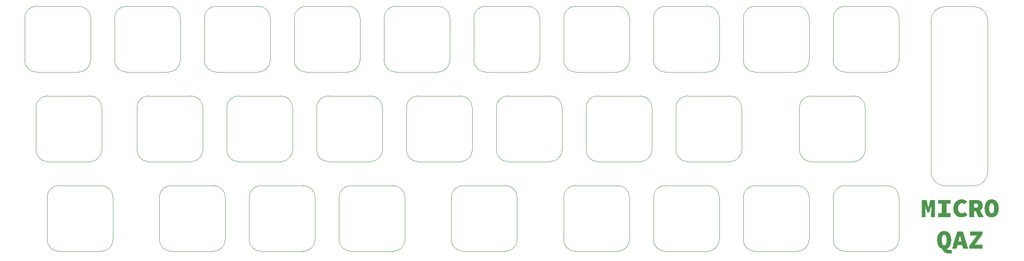
<source format=gbr>
%TF.GenerationSoftware,KiCad,Pcbnew,7.0.7*%
%TF.CreationDate,2023-08-31T12:53:39+10:00*%
%TF.ProjectId,qaz,71617a2e-6b69-4636-9164-5f7063625858,rev?*%
%TF.SameCoordinates,Original*%
%TF.FileFunction,Legend,Top*%
%TF.FilePolarity,Positive*%
%FSLAX46Y46*%
G04 Gerber Fmt 4.6, Leading zero omitted, Abs format (unit mm)*
G04 Created by KiCad (PCBNEW 7.0.7) date 2023-08-31 12:53:39*
%MOMM*%
%LPD*%
G01*
G04 APERTURE LIST*
%ADD10C,0.500000*%
%ADD11C,0.100000*%
G04 APERTURE END LIST*
D10*
G36*
X249962953Y-75516000D02*
G01*
X250746484Y-75516000D01*
X250746484Y-74664080D01*
X250746258Y-74622272D01*
X250745595Y-74577400D01*
X250744515Y-74529670D01*
X250743038Y-74479288D01*
X250741184Y-74426458D01*
X250738975Y-74371387D01*
X250736430Y-74314279D01*
X250733570Y-74255340D01*
X250730415Y-74194775D01*
X250726985Y-74132790D01*
X250723302Y-74069590D01*
X250719385Y-74005380D01*
X250715254Y-73940366D01*
X250710931Y-73874753D01*
X250706435Y-73808747D01*
X250701788Y-73742552D01*
X250697008Y-73676375D01*
X250692118Y-73610420D01*
X250687136Y-73544893D01*
X250682084Y-73479999D01*
X250676982Y-73415944D01*
X250671850Y-73352932D01*
X250666709Y-73291171D01*
X250661579Y-73230863D01*
X250656481Y-73172216D01*
X250651434Y-73115435D01*
X250646460Y-73060724D01*
X250641578Y-73008289D01*
X250636809Y-72958336D01*
X250632174Y-72911070D01*
X250627693Y-72866697D01*
X250623386Y-72825420D01*
X250645856Y-72825420D01*
X250926247Y-73901066D01*
X251127503Y-74558568D01*
X251553462Y-74558568D01*
X251742995Y-73901066D01*
X252051718Y-72825420D01*
X252068326Y-72825420D01*
X252064019Y-72866697D01*
X252059538Y-72911070D01*
X252054903Y-72958336D01*
X252050134Y-73008289D01*
X252045252Y-73060724D01*
X252040278Y-73115435D01*
X252035231Y-73172216D01*
X252030133Y-73230863D01*
X252025003Y-73291171D01*
X252019862Y-73352932D01*
X252014730Y-73415944D01*
X252009628Y-73479999D01*
X252004576Y-73544893D01*
X251999594Y-73610420D01*
X251994704Y-73676375D01*
X251989924Y-73742552D01*
X251985277Y-73808747D01*
X251980781Y-73874753D01*
X251976458Y-73940366D01*
X251972327Y-74005380D01*
X251968410Y-74069590D01*
X251964727Y-74132790D01*
X251961297Y-74194775D01*
X251958142Y-74255340D01*
X251955282Y-74314279D01*
X251952737Y-74371387D01*
X251950528Y-74426458D01*
X251948674Y-74479288D01*
X251947197Y-74529670D01*
X251946117Y-74577400D01*
X251945454Y-74622272D01*
X251945228Y-74664080D01*
X251945228Y-75516000D01*
X252740483Y-75516000D01*
X252740483Y-71889482D01*
X251760580Y-71889482D01*
X251463581Y-73076502D01*
X251362953Y-73544471D01*
X251340483Y-73544471D01*
X251239855Y-73076502D01*
X250942855Y-71889482D01*
X249962953Y-71889482D01*
X249962953Y-75516000D01*
G37*
G36*
X253397984Y-75516000D02*
G01*
X256019199Y-75516000D01*
X256019199Y-74709998D01*
X255189750Y-74709998D01*
X255189750Y-72696460D01*
X256019199Y-72696460D01*
X256019199Y-71889482D01*
X253397984Y-71889482D01*
X253397984Y-72696460D01*
X254226456Y-72696460D01*
X254226456Y-74709998D01*
X253397984Y-74709998D01*
X253397984Y-75516000D01*
G37*
G36*
X258390308Y-75578526D02*
G01*
X258436274Y-75578002D01*
X258481839Y-75576430D01*
X258526995Y-75573811D01*
X258571729Y-75570143D01*
X258616032Y-75565427D01*
X258659893Y-75559663D01*
X258703301Y-75552850D01*
X258746246Y-75544988D01*
X258788718Y-75536077D01*
X258830705Y-75526117D01*
X258872197Y-75515108D01*
X258913184Y-75503049D01*
X258953656Y-75489940D01*
X258993600Y-75475782D01*
X259033008Y-75460573D01*
X259071868Y-75444314D01*
X259110170Y-75427005D01*
X259147903Y-75408645D01*
X259185057Y-75389234D01*
X259221621Y-75368773D01*
X259257585Y-75347260D01*
X259292938Y-75324696D01*
X259327669Y-75301080D01*
X259361769Y-75276413D01*
X259395226Y-75250693D01*
X259428029Y-75223922D01*
X259460170Y-75196099D01*
X259491635Y-75167223D01*
X259522416Y-75137294D01*
X259552502Y-75106313D01*
X259581882Y-75074279D01*
X259610545Y-75041191D01*
X259084935Y-74453055D01*
X259054930Y-74484726D01*
X259023908Y-74515184D01*
X258991885Y-74544314D01*
X258958875Y-74572001D01*
X258924891Y-74598131D01*
X258889949Y-74622590D01*
X258854062Y-74645262D01*
X258817245Y-74666034D01*
X258779512Y-74684791D01*
X258740877Y-74701419D01*
X258701355Y-74715803D01*
X258660960Y-74727828D01*
X258619706Y-74737380D01*
X258577608Y-74744345D01*
X258534680Y-74748608D01*
X258490936Y-74750054D01*
X258445118Y-74748920D01*
X258400195Y-74745528D01*
X258356205Y-74739893D01*
X258313183Y-74732030D01*
X258271166Y-74721952D01*
X258230191Y-74709675D01*
X258190296Y-74695214D01*
X258151515Y-74678582D01*
X258113886Y-74659796D01*
X258077447Y-74638869D01*
X258042232Y-74615815D01*
X258008280Y-74590651D01*
X257975626Y-74563390D01*
X257944308Y-74534047D01*
X257914362Y-74502637D01*
X257885825Y-74469175D01*
X257858733Y-74433674D01*
X257833123Y-74396150D01*
X257809032Y-74356618D01*
X257786496Y-74315092D01*
X257765552Y-74271586D01*
X257746238Y-74226116D01*
X257728588Y-74178696D01*
X257712641Y-74129341D01*
X257698433Y-74078066D01*
X257686000Y-74024884D01*
X257675379Y-73969811D01*
X257666607Y-73912862D01*
X257659721Y-73854051D01*
X257654756Y-73793392D01*
X257651751Y-73730901D01*
X257650741Y-73666593D01*
X257651749Y-73604292D01*
X257654745Y-73543617D01*
X257659684Y-73484591D01*
X257666519Y-73427237D01*
X257675208Y-73371578D01*
X257685704Y-73317637D01*
X257697962Y-73265438D01*
X257711939Y-73215003D01*
X257727589Y-73166355D01*
X257744866Y-73119518D01*
X257763727Y-73074515D01*
X257784126Y-73031369D01*
X257806018Y-72990102D01*
X257829359Y-72950738D01*
X257854104Y-72913300D01*
X257880207Y-72877810D01*
X257907624Y-72844293D01*
X257936310Y-72812771D01*
X257966219Y-72783268D01*
X257997308Y-72755805D01*
X258029531Y-72730407D01*
X258062843Y-72707097D01*
X258097200Y-72685897D01*
X258132556Y-72666830D01*
X258168866Y-72649921D01*
X258206086Y-72635191D01*
X258244171Y-72622664D01*
X258283076Y-72612362D01*
X258322756Y-72604310D01*
X258363165Y-72598530D01*
X258404260Y-72595045D01*
X258445996Y-72593878D01*
X258491392Y-72594935D01*
X258535312Y-72598072D01*
X258577835Y-72603242D01*
X258619042Y-72610395D01*
X258659012Y-72619483D01*
X258697825Y-72630457D01*
X258735563Y-72643269D01*
X258772304Y-72657870D01*
X258808129Y-72674211D01*
X258843119Y-72692243D01*
X258877353Y-72711918D01*
X258910912Y-72733188D01*
X258943875Y-72756003D01*
X258976323Y-72780316D01*
X259008336Y-72806076D01*
X259039994Y-72833236D01*
X259566582Y-72235330D01*
X259516667Y-72189469D01*
X259463694Y-72144410D01*
X259407746Y-72100450D01*
X259348900Y-72057887D01*
X259287239Y-72017018D01*
X259222840Y-71978142D01*
X259155786Y-71941555D01*
X259086156Y-71907556D01*
X259050400Y-71891619D01*
X259014030Y-71876441D01*
X258977056Y-71862059D01*
X258939488Y-71848510D01*
X258901336Y-71835831D01*
X258862611Y-71824059D01*
X258823321Y-71813232D01*
X258783478Y-71803386D01*
X258743091Y-71794559D01*
X258702170Y-71786789D01*
X258660725Y-71780112D01*
X258618767Y-71774565D01*
X258576305Y-71770187D01*
X258533349Y-71767013D01*
X258489909Y-71765081D01*
X258445996Y-71764429D01*
X258354157Y-71766460D01*
X258263545Y-71772534D01*
X258174271Y-71782623D01*
X258086445Y-71796702D01*
X258000179Y-71814743D01*
X257915582Y-71836718D01*
X257832767Y-71862602D01*
X257751842Y-71892367D01*
X257672920Y-71925986D01*
X257596110Y-71963431D01*
X257521524Y-72004677D01*
X257449273Y-72049695D01*
X257379466Y-72098460D01*
X257312216Y-72150943D01*
X257247632Y-72207119D01*
X257185825Y-72266959D01*
X257126906Y-72330437D01*
X257070985Y-72397526D01*
X257018175Y-72468199D01*
X256968584Y-72542429D01*
X256922324Y-72620188D01*
X256879506Y-72701451D01*
X256840240Y-72786189D01*
X256804638Y-72874376D01*
X256772809Y-72965984D01*
X256744865Y-73060988D01*
X256720916Y-73159359D01*
X256701073Y-73261071D01*
X256685447Y-73366097D01*
X256674148Y-73474410D01*
X256667288Y-73585982D01*
X256664977Y-73700787D01*
X256667350Y-73817228D01*
X256674382Y-73929886D01*
X256685938Y-74038766D01*
X256701886Y-74143874D01*
X256722092Y-74245214D01*
X256746423Y-74342794D01*
X256774746Y-74436619D01*
X256806928Y-74526694D01*
X256842834Y-74613025D01*
X256882333Y-74695618D01*
X256925290Y-74774479D01*
X256971572Y-74849613D01*
X257021047Y-74921027D01*
X257073580Y-74988725D01*
X257129039Y-75052714D01*
X257187290Y-75112999D01*
X257248200Y-75169586D01*
X257311636Y-75222481D01*
X257377464Y-75271689D01*
X257445552Y-75317216D01*
X257515766Y-75359069D01*
X257587972Y-75397252D01*
X257662037Y-75431771D01*
X257737829Y-75462632D01*
X257815213Y-75489842D01*
X257894057Y-75513404D01*
X257974227Y-75533326D01*
X258055591Y-75549613D01*
X258138014Y-75562271D01*
X258221363Y-75571305D01*
X258305506Y-75576722D01*
X258390308Y-75578526D01*
G37*
G36*
X261495052Y-71890283D02*
G01*
X261567492Y-71892733D01*
X261639070Y-71896901D01*
X261709681Y-71902856D01*
X261779224Y-71910666D01*
X261847596Y-71920400D01*
X261914695Y-71932128D01*
X261980419Y-71945917D01*
X262044663Y-71961837D01*
X262107327Y-71979958D01*
X262168308Y-72000347D01*
X262227503Y-72023073D01*
X262284809Y-72048206D01*
X262340125Y-72075814D01*
X262393347Y-72105966D01*
X262444373Y-72138732D01*
X262493101Y-72174179D01*
X262539428Y-72212377D01*
X262583252Y-72253394D01*
X262624470Y-72297300D01*
X262662979Y-72344164D01*
X262698678Y-72394054D01*
X262731463Y-72447039D01*
X262761232Y-72503188D01*
X262787883Y-72562569D01*
X262811313Y-72625253D01*
X262831420Y-72691307D01*
X262848101Y-72760801D01*
X262861253Y-72833803D01*
X262870775Y-72910382D01*
X262876563Y-72990608D01*
X262878515Y-73074548D01*
X262877829Y-73123819D01*
X262875784Y-73171987D01*
X262872404Y-73219059D01*
X262867709Y-73265040D01*
X262861721Y-73309939D01*
X262854461Y-73353763D01*
X262845952Y-73396517D01*
X262836215Y-73438210D01*
X262825271Y-73478849D01*
X262813143Y-73518439D01*
X262799851Y-73556989D01*
X262785418Y-73594505D01*
X262769865Y-73630994D01*
X262753214Y-73666463D01*
X262716704Y-73734370D01*
X262676061Y-73798281D01*
X262631457Y-73858253D01*
X262583067Y-73914340D01*
X262531064Y-73966599D01*
X262475620Y-74015086D01*
X262416909Y-74059856D01*
X262355104Y-74100965D01*
X262290378Y-74138470D01*
X263079771Y-75516000D01*
X262004125Y-75516000D01*
X261376910Y-74328002D01*
X261030085Y-74328002D01*
X261030085Y-75516000D01*
X260066791Y-75516000D01*
X260066791Y-72651519D01*
X261030085Y-72651519D01*
X261030085Y-73566942D01*
X261354439Y-73566942D01*
X261423780Y-73564932D01*
X261488895Y-73558927D01*
X261549752Y-73548961D01*
X261606315Y-73535068D01*
X261658550Y-73517282D01*
X261706424Y-73495638D01*
X261749901Y-73470170D01*
X261788947Y-73440912D01*
X261823529Y-73407899D01*
X261853611Y-73371166D01*
X261879159Y-73330745D01*
X261900139Y-73286673D01*
X261916517Y-73238983D01*
X261928257Y-73187709D01*
X261935327Y-73132886D01*
X261937691Y-73074548D01*
X261935327Y-73017150D01*
X261928257Y-72964648D01*
X261916517Y-72916878D01*
X261900139Y-72873674D01*
X261879159Y-72834872D01*
X261853611Y-72800307D01*
X261823529Y-72769816D01*
X261788947Y-72743233D01*
X261749901Y-72720393D01*
X261706424Y-72701133D01*
X261658550Y-72685288D01*
X261606315Y-72672692D01*
X261549752Y-72663182D01*
X261488895Y-72656593D01*
X261423780Y-72652760D01*
X261354439Y-72651519D01*
X261030085Y-72651519D01*
X260066791Y-72651519D01*
X260066791Y-71889482D01*
X261421850Y-71889482D01*
X261495052Y-71890283D01*
G37*
G36*
X264860874Y-71766300D02*
G01*
X264941322Y-71771910D01*
X265020008Y-71781255D01*
X265096873Y-71794328D01*
X265171858Y-71811126D01*
X265244903Y-71831644D01*
X265315948Y-71855876D01*
X265384935Y-71883818D01*
X265451804Y-71915466D01*
X265516495Y-71950814D01*
X265578949Y-71989857D01*
X265639108Y-72032591D01*
X265696910Y-72079011D01*
X265752298Y-72129111D01*
X265805211Y-72182888D01*
X265855591Y-72240337D01*
X265903377Y-72301451D01*
X265948511Y-72366228D01*
X265990933Y-72434661D01*
X266030583Y-72506746D01*
X266067403Y-72582479D01*
X266101332Y-72661854D01*
X266132313Y-72744866D01*
X266160284Y-72831511D01*
X266185187Y-72921784D01*
X266206962Y-73015680D01*
X266225550Y-73113194D01*
X266240892Y-73214322D01*
X266252927Y-73319058D01*
X266261598Y-73427398D01*
X266266844Y-73539336D01*
X266268605Y-73654869D01*
X266266844Y-73773505D01*
X266261598Y-73888348D01*
X266252927Y-73999400D01*
X266240892Y-74106661D01*
X266225550Y-74210134D01*
X266206962Y-74309821D01*
X266185187Y-74405723D01*
X266160284Y-74497843D01*
X266132313Y-74586181D01*
X266101332Y-74670740D01*
X266067403Y-74751522D01*
X266030583Y-74828528D01*
X265990933Y-74901761D01*
X265948511Y-74971221D01*
X265903377Y-75036911D01*
X265855591Y-75098833D01*
X265805211Y-75156988D01*
X265752298Y-75211378D01*
X265696910Y-75262005D01*
X265639108Y-75308870D01*
X265578949Y-75351976D01*
X265516495Y-75391324D01*
X265451804Y-75426917D01*
X265384935Y-75458755D01*
X265315948Y-75486841D01*
X265244903Y-75511176D01*
X265171858Y-75531763D01*
X265096873Y-75548602D01*
X265020008Y-75561696D01*
X264941322Y-75571047D01*
X264860874Y-75576656D01*
X264778724Y-75578526D01*
X264696660Y-75576656D01*
X264616287Y-75571047D01*
X264537666Y-75561696D01*
X264460855Y-75548602D01*
X264385916Y-75531763D01*
X264312908Y-75511176D01*
X264241891Y-75486841D01*
X264172925Y-75458755D01*
X264106070Y-75426917D01*
X264041386Y-75391324D01*
X263978933Y-75351976D01*
X263918770Y-75308870D01*
X263860958Y-75262005D01*
X263805556Y-75211378D01*
X263752625Y-75156988D01*
X263702224Y-75098833D01*
X263654413Y-75036911D01*
X263609253Y-74971221D01*
X263566803Y-74901761D01*
X263527123Y-74828528D01*
X263490273Y-74751522D01*
X263456312Y-74670740D01*
X263425302Y-74586181D01*
X263397302Y-74497843D01*
X263372371Y-74405723D01*
X263350570Y-74309821D01*
X263331959Y-74210134D01*
X263316597Y-74106661D01*
X263304544Y-73999400D01*
X263295861Y-73888348D01*
X263290607Y-73773505D01*
X263288843Y-73654869D01*
X264274607Y-73654869D01*
X264275163Y-73723251D01*
X264276823Y-73789367D01*
X264279574Y-73853223D01*
X264283405Y-73914825D01*
X264288303Y-73974180D01*
X264294255Y-74031293D01*
X264301250Y-74086171D01*
X264309274Y-74138821D01*
X264318316Y-74189248D01*
X264328363Y-74237459D01*
X264339403Y-74283459D01*
X264351423Y-74327256D01*
X264364412Y-74368856D01*
X264378356Y-74408264D01*
X264409063Y-74480532D01*
X264443444Y-74544110D01*
X264481402Y-74599049D01*
X264522838Y-74645398D01*
X264567652Y-74683208D01*
X264615747Y-74712528D01*
X264667023Y-74733409D01*
X264721382Y-74745901D01*
X264778724Y-74750054D01*
X264807762Y-74749017D01*
X264863625Y-74740701D01*
X264916455Y-74724020D01*
X264966152Y-74698926D01*
X265012619Y-74665367D01*
X265055757Y-74623294D01*
X265095466Y-74572656D01*
X265131648Y-74513404D01*
X265164205Y-74445487D01*
X265179092Y-74408264D01*
X265193037Y-74368856D01*
X265206025Y-74327256D01*
X265218045Y-74283459D01*
X265229085Y-74237459D01*
X265239132Y-74189248D01*
X265248174Y-74138821D01*
X265256198Y-74086171D01*
X265263193Y-74031293D01*
X265269145Y-73974180D01*
X265274043Y-73914825D01*
X265277874Y-73853223D01*
X265280625Y-73789367D01*
X265282285Y-73723251D01*
X265282841Y-73654869D01*
X265282285Y-73589593D01*
X265280625Y-73526390D01*
X265277874Y-73465258D01*
X265274043Y-73406199D01*
X265269145Y-73349212D01*
X265263193Y-73294298D01*
X265256198Y-73241456D01*
X265248174Y-73190685D01*
X265239132Y-73141988D01*
X265229085Y-73095362D01*
X265218045Y-73050809D01*
X265206025Y-73008328D01*
X265193037Y-72967919D01*
X265179092Y-72929582D01*
X265148386Y-72859126D01*
X265114004Y-72796958D01*
X265076046Y-72743080D01*
X265034610Y-72697490D01*
X264989796Y-72660190D01*
X264941701Y-72631179D01*
X264890425Y-72610456D01*
X264836067Y-72598023D01*
X264778724Y-72593878D01*
X264749686Y-72594914D01*
X264693823Y-72603203D01*
X264640994Y-72619781D01*
X264591296Y-72644648D01*
X264544829Y-72677804D01*
X264501692Y-72719249D01*
X264461982Y-72768983D01*
X264425800Y-72827006D01*
X264393244Y-72893318D01*
X264378356Y-72929582D01*
X264364412Y-72967919D01*
X264351423Y-73008328D01*
X264339403Y-73050809D01*
X264328363Y-73095362D01*
X264318316Y-73141988D01*
X264309274Y-73190685D01*
X264301250Y-73241456D01*
X264294255Y-73294298D01*
X264288303Y-73349212D01*
X264283405Y-73406199D01*
X264279574Y-73465258D01*
X264276823Y-73526390D01*
X264275163Y-73589593D01*
X264274607Y-73654869D01*
X263288843Y-73654869D01*
X263290607Y-73539336D01*
X263295861Y-73427398D01*
X263304544Y-73319058D01*
X263316597Y-73214322D01*
X263331959Y-73113194D01*
X263350570Y-73015680D01*
X263372371Y-72921784D01*
X263397302Y-72831511D01*
X263425302Y-72744866D01*
X263456312Y-72661854D01*
X263490273Y-72582479D01*
X263527123Y-72506746D01*
X263566803Y-72434661D01*
X263609253Y-72366228D01*
X263654413Y-72301451D01*
X263702224Y-72240337D01*
X263752625Y-72182888D01*
X263805556Y-72129111D01*
X263860958Y-72079011D01*
X263918770Y-72032591D01*
X263978933Y-71989857D01*
X264041386Y-71950814D01*
X264106070Y-71915466D01*
X264172925Y-71883818D01*
X264241891Y-71855876D01*
X264312908Y-71831644D01*
X264385916Y-71811126D01*
X264460855Y-71794328D01*
X264537666Y-71781255D01*
X264616287Y-71771910D01*
X264696660Y-71766300D01*
X264778724Y-71764429D01*
X264860874Y-71766300D01*
G37*
G36*
X254790253Y-78486301D02*
G01*
X254870701Y-78491912D01*
X254949387Y-78501259D01*
X255026253Y-78514340D01*
X255101237Y-78531148D01*
X255174282Y-78551682D01*
X255245327Y-78575937D01*
X255314314Y-78603910D01*
X255381183Y-78635596D01*
X255445874Y-78670993D01*
X255508329Y-78710095D01*
X255568487Y-78752900D01*
X255626290Y-78799404D01*
X255681677Y-78849602D01*
X255734591Y-78903492D01*
X255784970Y-78961069D01*
X255832756Y-79022330D01*
X255877890Y-79087271D01*
X255920312Y-79155888D01*
X255959962Y-79228177D01*
X255996782Y-79304136D01*
X256030712Y-79383758D01*
X256061692Y-79467043D01*
X256089663Y-79553984D01*
X256114566Y-79644579D01*
X256136341Y-79738824D01*
X256154929Y-79836715D01*
X256170271Y-79938249D01*
X256182307Y-80043421D01*
X256190977Y-80152228D01*
X256196223Y-80264666D01*
X256197985Y-80380731D01*
X256196939Y-80473226D01*
X256193818Y-80563498D01*
X256188651Y-80651545D01*
X256181462Y-80737365D01*
X256172279Y-80820957D01*
X256161129Y-80902317D01*
X256148037Y-80981444D01*
X256133031Y-81058337D01*
X256116138Y-81132993D01*
X256097384Y-81205409D01*
X256076795Y-81275586D01*
X256054399Y-81343519D01*
X256030221Y-81409208D01*
X256004289Y-81472650D01*
X255976630Y-81533843D01*
X255947269Y-81592786D01*
X255916234Y-81649476D01*
X255883552Y-81703912D01*
X255849248Y-81756091D01*
X255813350Y-81806012D01*
X255775884Y-81853672D01*
X255736877Y-81899070D01*
X255696355Y-81942204D01*
X255654346Y-81983071D01*
X255610875Y-82021670D01*
X255565970Y-82057998D01*
X255519657Y-82092055D01*
X255471963Y-82123837D01*
X255422915Y-82153343D01*
X255372538Y-82180570D01*
X255320860Y-82205518D01*
X255267908Y-82228184D01*
X255293679Y-82272234D01*
X255322447Y-82312177D01*
X255353933Y-82348187D01*
X255387862Y-82380439D01*
X255423954Y-82409107D01*
X255461932Y-82434367D01*
X255501519Y-82456392D01*
X255542437Y-82475357D01*
X255584408Y-82491438D01*
X255627155Y-82504808D01*
X255670400Y-82515642D01*
X255713865Y-82524114D01*
X255757273Y-82530400D01*
X255800346Y-82534674D01*
X255842806Y-82537110D01*
X255884377Y-82537884D01*
X255905424Y-82537424D01*
X255947266Y-82533923D01*
X255988466Y-82527371D01*
X256028660Y-82518237D01*
X256067479Y-82506991D01*
X256104558Y-82494102D01*
X256147902Y-82476395D01*
X256187238Y-82457772D01*
X256355277Y-83165099D01*
X256318363Y-83186461D01*
X256277480Y-83206474D01*
X256232730Y-83224974D01*
X256184214Y-83241795D01*
X256132033Y-83256775D01*
X256076290Y-83269749D01*
X256037198Y-83277203D01*
X255996599Y-83283643D01*
X255954520Y-83289022D01*
X255910994Y-83293290D01*
X255866049Y-83296399D01*
X255819716Y-83298300D01*
X255772025Y-83298944D01*
X255703406Y-83297723D01*
X255636042Y-83294088D01*
X255569947Y-83288080D01*
X255505135Y-83279741D01*
X255441618Y-83269112D01*
X255379411Y-83256234D01*
X255318526Y-83241150D01*
X255258978Y-83223901D01*
X255200779Y-83204528D01*
X255143943Y-83183072D01*
X255088483Y-83159576D01*
X255034414Y-83134080D01*
X254981747Y-83106627D01*
X254930497Y-83077258D01*
X254880677Y-83046013D01*
X254832301Y-83012936D01*
X254785381Y-82978067D01*
X254739932Y-82941447D01*
X254695966Y-82903119D01*
X254653498Y-82863124D01*
X254612540Y-82821502D01*
X254573106Y-82778297D01*
X254535209Y-82733549D01*
X254498864Y-82687299D01*
X254464082Y-82639590D01*
X254430878Y-82590463D01*
X254399265Y-82539959D01*
X254369256Y-82488119D01*
X254340866Y-82434986D01*
X254314106Y-82380601D01*
X254288992Y-82325005D01*
X254265535Y-82268240D01*
X254206402Y-82249177D01*
X254148641Y-82227529D01*
X254092285Y-82203295D01*
X254037369Y-82176477D01*
X253983924Y-82147075D01*
X253931984Y-82115092D01*
X253881583Y-82080528D01*
X253832752Y-82043383D01*
X253785526Y-82003660D01*
X253739937Y-81961359D01*
X253696019Y-81916482D01*
X253653804Y-81869028D01*
X253613326Y-81819001D01*
X253574618Y-81766399D01*
X253537712Y-81711225D01*
X253502643Y-81653480D01*
X253469442Y-81593165D01*
X253438144Y-81530280D01*
X253408781Y-81464828D01*
X253381386Y-81396808D01*
X253355992Y-81326222D01*
X253332633Y-81253071D01*
X253311342Y-81177357D01*
X253292151Y-81099080D01*
X253275094Y-81018241D01*
X253260204Y-80934841D01*
X253247514Y-80848882D01*
X253237057Y-80760364D01*
X253228866Y-80669289D01*
X253222975Y-80575658D01*
X253219416Y-80479472D01*
X253218222Y-80380731D01*
X254203986Y-80380731D01*
X254204542Y-80455708D01*
X254206202Y-80527886D01*
X254208954Y-80597290D01*
X254212785Y-80663949D01*
X254217682Y-80727891D01*
X254223635Y-80789143D01*
X254230629Y-80847731D01*
X254238653Y-80903685D01*
X254247695Y-80957032D01*
X254257742Y-81007798D01*
X254268782Y-81056012D01*
X254280802Y-81101701D01*
X254293791Y-81144893D01*
X254307735Y-81185615D01*
X254322623Y-81223895D01*
X254338442Y-81259761D01*
X254372823Y-81324358D01*
X254410782Y-81379627D01*
X254452217Y-81425788D01*
X254497032Y-81463062D01*
X254545126Y-81491670D01*
X254596402Y-81511831D01*
X254650761Y-81523766D01*
X254708103Y-81527695D01*
X254765446Y-81523766D01*
X254819804Y-81511831D01*
X254871080Y-81491670D01*
X254919175Y-81463062D01*
X254963989Y-81425788D01*
X255005425Y-81379627D01*
X255043383Y-81324358D01*
X255077765Y-81259761D01*
X255093584Y-81223895D01*
X255108471Y-81185615D01*
X255122416Y-81144893D01*
X255135404Y-81101701D01*
X255147425Y-81056012D01*
X255158464Y-81007798D01*
X255168511Y-80957032D01*
X255177553Y-80903685D01*
X255185578Y-80847731D01*
X255192572Y-80789143D01*
X255198524Y-80727891D01*
X255203422Y-80663949D01*
X255207253Y-80597290D01*
X255210004Y-80527886D01*
X255211664Y-80455708D01*
X255212221Y-80380731D01*
X255211664Y-80315094D01*
X255210004Y-80251542D01*
X255207253Y-80190073D01*
X255203422Y-80130687D01*
X255198524Y-80073386D01*
X255192572Y-80018168D01*
X255185578Y-79965033D01*
X255177553Y-79913983D01*
X255168511Y-79865016D01*
X255158464Y-79818133D01*
X255147425Y-79773333D01*
X255135404Y-79730617D01*
X255122416Y-79689985D01*
X255108471Y-79651437D01*
X255077765Y-79580591D01*
X255043383Y-79518080D01*
X255005425Y-79463904D01*
X254963989Y-79418063D01*
X254919175Y-79380556D01*
X254871080Y-79351385D01*
X254819804Y-79330548D01*
X254765446Y-79318045D01*
X254708103Y-79313878D01*
X254679065Y-79314920D01*
X254623202Y-79323255D01*
X254570373Y-79339924D01*
X254520675Y-79364929D01*
X254474208Y-79398268D01*
X254431071Y-79439942D01*
X254391362Y-79489950D01*
X254355179Y-79548294D01*
X254322623Y-79614972D01*
X254307735Y-79651437D01*
X254293791Y-79689985D01*
X254280802Y-79730617D01*
X254268782Y-79773333D01*
X254257742Y-79818133D01*
X254247695Y-79865016D01*
X254238653Y-79913983D01*
X254230629Y-79965033D01*
X254223635Y-80018168D01*
X254217682Y-80073386D01*
X254212785Y-80130687D01*
X254208954Y-80190073D01*
X254206202Y-80251542D01*
X254204542Y-80315094D01*
X254203986Y-80380731D01*
X253218222Y-80380731D01*
X253219987Y-80264666D01*
X253225240Y-80152228D01*
X253233923Y-80043421D01*
X253245976Y-79938249D01*
X253261338Y-79836715D01*
X253279949Y-79738824D01*
X253301750Y-79644579D01*
X253326681Y-79553984D01*
X253354681Y-79467043D01*
X253385692Y-79383758D01*
X253419652Y-79304136D01*
X253456502Y-79228177D01*
X253496182Y-79155888D01*
X253538632Y-79087271D01*
X253583792Y-79022330D01*
X253631603Y-78961069D01*
X253682004Y-78903492D01*
X253734935Y-78849602D01*
X253790337Y-78799404D01*
X253848149Y-78752900D01*
X253908312Y-78710095D01*
X253970765Y-78670993D01*
X254035450Y-78635596D01*
X254102305Y-78603910D01*
X254171271Y-78575937D01*
X254242288Y-78551682D01*
X254315296Y-78531148D01*
X254390235Y-78514340D01*
X254467045Y-78501259D01*
X254545666Y-78491912D01*
X254626039Y-78486301D01*
X254708103Y-78484429D01*
X254790253Y-78486301D01*
G37*
G36*
X259745368Y-82236000D02*
G01*
X258726387Y-82236000D01*
X258546624Y-81480801D01*
X257550113Y-81480801D01*
X257370350Y-82236000D01*
X256385563Y-82236000D01*
X256839552Y-80735371D01*
X257724014Y-80735371D01*
X258373700Y-80735371D01*
X258317036Y-80483313D01*
X258302063Y-80417074D01*
X258286509Y-80348939D01*
X258270457Y-80279141D01*
X258253990Y-80207914D01*
X258237192Y-80135490D01*
X258220144Y-80062103D01*
X258202930Y-79987986D01*
X258185633Y-79913372D01*
X258168336Y-79838495D01*
X258151122Y-79763588D01*
X258134074Y-79688885D01*
X258117276Y-79614617D01*
X258100809Y-79541020D01*
X258084757Y-79468325D01*
X258069203Y-79396767D01*
X258054230Y-79326579D01*
X258031760Y-79326579D01*
X258016908Y-79396767D01*
X258001695Y-79468325D01*
X257986173Y-79541020D01*
X257970394Y-79614617D01*
X257954408Y-79688885D01*
X257938268Y-79763588D01*
X257922025Y-79838495D01*
X257905731Y-79913372D01*
X257889436Y-79987986D01*
X257873193Y-80062103D01*
X257857053Y-80135490D01*
X257841067Y-80207914D01*
X257825288Y-80279141D01*
X257809766Y-80348939D01*
X257794553Y-80417074D01*
X257779701Y-80483313D01*
X257724014Y-80735371D01*
X256839552Y-80735371D01*
X257482702Y-78609482D01*
X258647252Y-78609482D01*
X259745368Y-82236000D01*
G37*
G36*
X260038459Y-82236000D02*
G01*
X262821851Y-82236000D01*
X262821851Y-81429998D01*
X261231341Y-81429998D01*
X262805242Y-79192734D01*
X262805242Y-78609482D01*
X260189890Y-78609482D01*
X260189890Y-79416460D01*
X261612360Y-79416460D01*
X260038459Y-81653725D01*
X260038459Y-82236000D01*
G37*
D11*
%TO.C,J1*%
X251905000Y-65905000D02*
G75*
G03*
X254905000Y-68905000I3000000J0D01*
G01*
X260970000Y-68905000D02*
G75*
G03*
X263970000Y-65905000I0J3000000D01*
G01*
X260970000Y-68905000D02*
X254905000Y-68905000D01*
X254905000Y-30805000D02*
G75*
G03*
X251905000Y-33805000I0J-3000000D01*
G01*
X251905000Y-65905000D02*
X251905000Y-33805000D01*
X263970000Y-33805000D02*
G75*
G03*
X260970000Y-30805000I-3000000J0D01*
G01*
X263970000Y-33805000D02*
X263970000Y-65905000D01*
X254905000Y-30805000D02*
X260970000Y-30805000D01*
%TO.C,SW24*%
X150177500Y-80304000D02*
X150177500Y-71334000D01*
X152677500Y-68834000D02*
X161647500Y-68834000D01*
X161647500Y-82804000D02*
X152677500Y-82804000D01*
X164147500Y-71334000D02*
X164147500Y-80304000D01*
X152677500Y-68834000D02*
G75*
G03*
X150177500Y-71334000I0J-2500000D01*
G01*
X150177500Y-80304000D02*
G75*
G03*
X152677500Y-82804000I2500000J0D01*
G01*
X164147500Y-71334000D02*
G75*
G03*
X161647500Y-68834000I-2500000J0D01*
G01*
X161647500Y-82804000D02*
G75*
G03*
X164147500Y-80304000I0J2500000D01*
G01*
%TO.C,SW11*%
X62071250Y-61254000D02*
X62071250Y-52284000D01*
X64571250Y-49784000D02*
X73541250Y-49784000D01*
X73541250Y-63754000D02*
X64571250Y-63754000D01*
X76041250Y-52284000D02*
X76041250Y-61254000D01*
X64571250Y-49784000D02*
G75*
G03*
X62071250Y-52284000I0J-2500000D01*
G01*
X62071250Y-61254000D02*
G75*
G03*
X64571250Y-63754000I2500000J0D01*
G01*
X76041250Y-52284000D02*
G75*
G03*
X73541250Y-49784000I-2500000J0D01*
G01*
X73541250Y-63754000D02*
G75*
G03*
X76041250Y-61254000I0J2500000D01*
G01*
%TO.C,SW27*%
X212090000Y-80304000D02*
X212090000Y-71334000D01*
X214590000Y-68834000D02*
X223560000Y-68834000D01*
X223560000Y-82804000D02*
X214590000Y-82804000D01*
X226060000Y-71334000D02*
X226060000Y-80304000D01*
X214590000Y-68834000D02*
G75*
G03*
X212090000Y-71334000I0J-2500000D01*
G01*
X212090000Y-80304000D02*
G75*
G03*
X214590000Y-82804000I2500000J0D01*
G01*
X226060000Y-71334000D02*
G75*
G03*
X223560000Y-68834000I-2500000J0D01*
G01*
X223560000Y-82804000D02*
G75*
G03*
X226060000Y-80304000I0J2500000D01*
G01*
%TO.C,SW19*%
X223996250Y-61254000D02*
X223996250Y-52284000D01*
X226496250Y-49784000D02*
X235466250Y-49784000D01*
X235466250Y-63754000D02*
X226496250Y-63754000D01*
X237966250Y-52284000D02*
X237966250Y-61254000D01*
X226496250Y-49784000D02*
G75*
G03*
X223996250Y-52284000I0J-2500000D01*
G01*
X223996250Y-61254000D02*
G75*
G03*
X226496250Y-63754000I2500000J0D01*
G01*
X237966250Y-52284000D02*
G75*
G03*
X235466250Y-49784000I-2500000J0D01*
G01*
X235466250Y-63754000D02*
G75*
G03*
X237966250Y-61254000I0J2500000D01*
G01*
%TO.C,SW21*%
X88265000Y-80304000D02*
X88265000Y-71334000D01*
X90765000Y-68834000D02*
X99735000Y-68834000D01*
X99735000Y-82804000D02*
X90765000Y-82804000D01*
X102235000Y-71334000D02*
X102235000Y-80304000D01*
X90765000Y-68834000D02*
G75*
G03*
X88265000Y-71334000I0J-2500000D01*
G01*
X88265000Y-80304000D02*
G75*
G03*
X90765000Y-82804000I2500000J0D01*
G01*
X102235000Y-71334000D02*
G75*
G03*
X99735000Y-68834000I-2500000J0D01*
G01*
X99735000Y-82804000D02*
G75*
G03*
X102235000Y-80304000I0J2500000D01*
G01*
%TO.C,SW5*%
X135890000Y-42204000D02*
X135890000Y-33234000D01*
X138390000Y-30734000D02*
X147360000Y-30734000D01*
X147360000Y-44704000D02*
X138390000Y-44704000D01*
X149860000Y-33234000D02*
X149860000Y-42204000D01*
X138390000Y-30734000D02*
G75*
G03*
X135890000Y-33234000I0J-2500000D01*
G01*
X135890000Y-42204000D02*
G75*
G03*
X138390000Y-44704000I2500000J0D01*
G01*
X149860000Y-33234000D02*
G75*
G03*
X147360000Y-30734000I-2500000J0D01*
G01*
X147360000Y-44704000D02*
G75*
G03*
X149860000Y-42204000I0J2500000D01*
G01*
%TO.C,SW7*%
X173990000Y-42204000D02*
X173990000Y-33234000D01*
X176490000Y-30734000D02*
X185460000Y-30734000D01*
X185460000Y-44704000D02*
X176490000Y-44704000D01*
X187960000Y-33234000D02*
X187960000Y-42204000D01*
X176490000Y-30734000D02*
G75*
G03*
X173990000Y-33234000I0J-2500000D01*
G01*
X173990000Y-42204000D02*
G75*
G03*
X176490000Y-44704000I2500000J0D01*
G01*
X187960000Y-33234000D02*
G75*
G03*
X185460000Y-30734000I-2500000J0D01*
G01*
X185460000Y-44704000D02*
G75*
G03*
X187960000Y-42204000I0J2500000D01*
G01*
%TO.C,SW1*%
X59690000Y-42204000D02*
X59690000Y-33234000D01*
X62190000Y-30734000D02*
X71160000Y-30734000D01*
X71160000Y-44704000D02*
X62190000Y-44704000D01*
X73660000Y-33234000D02*
X73660000Y-42204000D01*
X62190000Y-30734000D02*
G75*
G03*
X59690000Y-33234000I0J-2500000D01*
G01*
X59690000Y-42204000D02*
G75*
G03*
X62190000Y-44704000I2500000J0D01*
G01*
X73660000Y-33234000D02*
G75*
G03*
X71160000Y-30734000I-2500000J0D01*
G01*
X71160000Y-44704000D02*
G75*
G03*
X73660000Y-42204000I0J2500000D01*
G01*
%TO.C,SW26*%
X193040000Y-80304000D02*
X193040000Y-71334000D01*
X195540000Y-68834000D02*
X204510000Y-68834000D01*
X204510000Y-82804000D02*
X195540000Y-82804000D01*
X207010000Y-71334000D02*
X207010000Y-80304000D01*
X195540000Y-68834000D02*
G75*
G03*
X193040000Y-71334000I0J-2500000D01*
G01*
X193040000Y-80304000D02*
G75*
G03*
X195540000Y-82804000I2500000J0D01*
G01*
X207010000Y-71334000D02*
G75*
G03*
X204510000Y-68834000I-2500000J0D01*
G01*
X204510000Y-82804000D02*
G75*
G03*
X207010000Y-80304000I0J2500000D01*
G01*
%TO.C,SW9*%
X212090000Y-42204000D02*
X212090000Y-33234000D01*
X214590000Y-30734000D02*
X223560000Y-30734000D01*
X223560000Y-44704000D02*
X214590000Y-44704000D01*
X226060000Y-33234000D02*
X226060000Y-42204000D01*
X214590000Y-30734000D02*
G75*
G03*
X212090000Y-33234000I0J-2500000D01*
G01*
X212090000Y-42204000D02*
G75*
G03*
X214590000Y-44704000I2500000J0D01*
G01*
X226060000Y-33234000D02*
G75*
G03*
X223560000Y-30734000I-2500000J0D01*
G01*
X223560000Y-44704000D02*
G75*
G03*
X226060000Y-42204000I0J2500000D01*
G01*
%TO.C,SW18*%
X197802500Y-61254000D02*
X197802500Y-52284000D01*
X200302500Y-49784000D02*
X209272500Y-49784000D01*
X209272500Y-63754000D02*
X200302500Y-63754000D01*
X211772500Y-52284000D02*
X211772500Y-61254000D01*
X200302500Y-49784000D02*
G75*
G03*
X197802500Y-52284000I0J-2500000D01*
G01*
X197802500Y-61254000D02*
G75*
G03*
X200302500Y-63754000I2500000J0D01*
G01*
X211772500Y-52284000D02*
G75*
G03*
X209272500Y-49784000I-2500000J0D01*
G01*
X209272500Y-63754000D02*
G75*
G03*
X211772500Y-61254000I0J2500000D01*
G01*
%TO.C,SW13*%
X102552500Y-61254000D02*
X102552500Y-52284000D01*
X105052500Y-49784000D02*
X114022500Y-49784000D01*
X114022500Y-63754000D02*
X105052500Y-63754000D01*
X116522500Y-52284000D02*
X116522500Y-61254000D01*
X105052500Y-49784000D02*
G75*
G03*
X102552500Y-52284000I0J-2500000D01*
G01*
X102552500Y-61254000D02*
G75*
G03*
X105052500Y-63754000I2500000J0D01*
G01*
X116522500Y-52284000D02*
G75*
G03*
X114022500Y-49784000I-2500000J0D01*
G01*
X114022500Y-63754000D02*
G75*
G03*
X116522500Y-61254000I0J2500000D01*
G01*
%TO.C,SW2*%
X78740000Y-42204000D02*
X78740000Y-33234000D01*
X81240000Y-30734000D02*
X90210000Y-30734000D01*
X90210000Y-44704000D02*
X81240000Y-44704000D01*
X92710000Y-33234000D02*
X92710000Y-42204000D01*
X81240000Y-30734000D02*
G75*
G03*
X78740000Y-33234000I0J-2500000D01*
G01*
X78740000Y-42204000D02*
G75*
G03*
X81240000Y-44704000I2500000J0D01*
G01*
X92710000Y-33234000D02*
G75*
G03*
X90210000Y-30734000I-2500000J0D01*
G01*
X90210000Y-44704000D02*
G75*
G03*
X92710000Y-42204000I0J2500000D01*
G01*
%TO.C,SW12*%
X83502500Y-61254000D02*
X83502500Y-52284000D01*
X86002500Y-49784000D02*
X94972500Y-49784000D01*
X94972500Y-63754000D02*
X86002500Y-63754000D01*
X97472500Y-52284000D02*
X97472500Y-61254000D01*
X86002500Y-49784000D02*
G75*
G03*
X83502500Y-52284000I0J-2500000D01*
G01*
X83502500Y-61254000D02*
G75*
G03*
X86002500Y-63754000I2500000J0D01*
G01*
X97472500Y-52284000D02*
G75*
G03*
X94972500Y-49784000I-2500000J0D01*
G01*
X94972500Y-63754000D02*
G75*
G03*
X97472500Y-61254000I0J2500000D01*
G01*
%TO.C,SW20*%
X64452500Y-80304000D02*
X64452500Y-71334000D01*
X66952500Y-68834000D02*
X75922500Y-68834000D01*
X75922500Y-82804000D02*
X66952500Y-82804000D01*
X78422500Y-71334000D02*
X78422500Y-80304000D01*
X66952500Y-68834000D02*
G75*
G03*
X64452500Y-71334000I0J-2500000D01*
G01*
X64452500Y-80304000D02*
G75*
G03*
X66952500Y-82804000I2500000J0D01*
G01*
X78422500Y-71334000D02*
G75*
G03*
X75922500Y-68834000I-2500000J0D01*
G01*
X75922500Y-82804000D02*
G75*
G03*
X78422500Y-80304000I0J2500000D01*
G01*
%TO.C,SW17*%
X178752500Y-61254000D02*
X178752500Y-52284000D01*
X181252500Y-49784000D02*
X190222500Y-49784000D01*
X190222500Y-63754000D02*
X181252500Y-63754000D01*
X192722500Y-52284000D02*
X192722500Y-61254000D01*
X181252500Y-49784000D02*
G75*
G03*
X178752500Y-52284000I0J-2500000D01*
G01*
X178752500Y-61254000D02*
G75*
G03*
X181252500Y-63754000I2500000J0D01*
G01*
X192722500Y-52284000D02*
G75*
G03*
X190222500Y-49784000I-2500000J0D01*
G01*
X190222500Y-63754000D02*
G75*
G03*
X192722500Y-61254000I0J2500000D01*
G01*
%TO.C,SW28*%
X231140000Y-80304000D02*
X231140000Y-71334000D01*
X233640000Y-68834000D02*
X242610000Y-68834000D01*
X242610000Y-82804000D02*
X233640000Y-82804000D01*
X245110000Y-71334000D02*
X245110000Y-80304000D01*
X233640000Y-68834000D02*
G75*
G03*
X231140000Y-71334000I0J-2500000D01*
G01*
X231140000Y-80304000D02*
G75*
G03*
X233640000Y-82804000I2500000J0D01*
G01*
X245110000Y-71334000D02*
G75*
G03*
X242610000Y-68834000I-2500000J0D01*
G01*
X242610000Y-82804000D02*
G75*
G03*
X245110000Y-80304000I0J2500000D01*
G01*
%TO.C,SW10*%
X231140000Y-42204000D02*
X231140000Y-33234000D01*
X233640000Y-30734000D02*
X242610000Y-30734000D01*
X242610000Y-44704000D02*
X233640000Y-44704000D01*
X245110000Y-33234000D02*
X245110000Y-42204000D01*
X233640000Y-30734000D02*
G75*
G03*
X231140000Y-33234000I0J-2500000D01*
G01*
X231140000Y-42204000D02*
G75*
G03*
X233640000Y-44704000I2500000J0D01*
G01*
X245110000Y-33234000D02*
G75*
G03*
X242610000Y-30734000I-2500000J0D01*
G01*
X242610000Y-44704000D02*
G75*
G03*
X245110000Y-42204000I0J2500000D01*
G01*
%TO.C,SW6*%
X154940000Y-42204000D02*
X154940000Y-33234000D01*
X157440000Y-30734000D02*
X166410000Y-30734000D01*
X166410000Y-44704000D02*
X157440000Y-44704000D01*
X168910000Y-33234000D02*
X168910000Y-42204000D01*
X157440000Y-30734000D02*
G75*
G03*
X154940000Y-33234000I0J-2500000D01*
G01*
X154940000Y-42204000D02*
G75*
G03*
X157440000Y-44704000I2500000J0D01*
G01*
X168910000Y-33234000D02*
G75*
G03*
X166410000Y-30734000I-2500000J0D01*
G01*
X166410000Y-44704000D02*
G75*
G03*
X168910000Y-42204000I0J2500000D01*
G01*
%TO.C,SW16*%
X159702500Y-61254000D02*
X159702500Y-52284000D01*
X162202500Y-49784000D02*
X171172500Y-49784000D01*
X171172500Y-63754000D02*
X162202500Y-63754000D01*
X173672500Y-52284000D02*
X173672500Y-61254000D01*
X162202500Y-49784000D02*
G75*
G03*
X159702500Y-52284000I0J-2500000D01*
G01*
X159702500Y-61254000D02*
G75*
G03*
X162202500Y-63754000I2500000J0D01*
G01*
X173672500Y-52284000D02*
G75*
G03*
X171172500Y-49784000I-2500000J0D01*
G01*
X171172500Y-63754000D02*
G75*
G03*
X173672500Y-61254000I0J2500000D01*
G01*
%TO.C,SW14*%
X121602500Y-61254000D02*
X121602500Y-52284000D01*
X124102500Y-49784000D02*
X133072500Y-49784000D01*
X133072500Y-63754000D02*
X124102500Y-63754000D01*
X135572500Y-52284000D02*
X135572500Y-61254000D01*
X124102500Y-49784000D02*
G75*
G03*
X121602500Y-52284000I0J-2500000D01*
G01*
X121602500Y-61254000D02*
G75*
G03*
X124102500Y-63754000I2500000J0D01*
G01*
X135572500Y-52284000D02*
G75*
G03*
X133072500Y-49784000I-2500000J0D01*
G01*
X133072500Y-63754000D02*
G75*
G03*
X135572500Y-61254000I0J2500000D01*
G01*
%TO.C,SW22*%
X107315000Y-80304000D02*
X107315000Y-71334000D01*
X109815000Y-68834000D02*
X118785000Y-68834000D01*
X118785000Y-82804000D02*
X109815000Y-82804000D01*
X121285000Y-71334000D02*
X121285000Y-80304000D01*
X109815000Y-68834000D02*
G75*
G03*
X107315000Y-71334000I0J-2500000D01*
G01*
X107315000Y-80304000D02*
G75*
G03*
X109815000Y-82804000I2500000J0D01*
G01*
X121285000Y-71334000D02*
G75*
G03*
X118785000Y-68834000I-2500000J0D01*
G01*
X118785000Y-82804000D02*
G75*
G03*
X121285000Y-80304000I0J2500000D01*
G01*
%TO.C,SW23*%
X126365000Y-80304000D02*
X126365000Y-71334000D01*
X128865000Y-68834000D02*
X137835000Y-68834000D01*
X137835000Y-82804000D02*
X128865000Y-82804000D01*
X140335000Y-71334000D02*
X140335000Y-80304000D01*
X128865000Y-68834000D02*
G75*
G03*
X126365000Y-71334000I0J-2500000D01*
G01*
X126365000Y-80304000D02*
G75*
G03*
X128865000Y-82804000I2500000J0D01*
G01*
X140335000Y-71334000D02*
G75*
G03*
X137835000Y-68834000I-2500000J0D01*
G01*
X137835000Y-82804000D02*
G75*
G03*
X140335000Y-80304000I0J2500000D01*
G01*
%TO.C,SW3*%
X97790000Y-42204000D02*
X97790000Y-33234000D01*
X100290000Y-30734000D02*
X109260000Y-30734000D01*
X109260000Y-44704000D02*
X100290000Y-44704000D01*
X111760000Y-33234000D02*
X111760000Y-42204000D01*
X100290000Y-30734000D02*
G75*
G03*
X97790000Y-33234000I0J-2500000D01*
G01*
X97790000Y-42204000D02*
G75*
G03*
X100290000Y-44704000I2500000J0D01*
G01*
X111760000Y-33234000D02*
G75*
G03*
X109260000Y-30734000I-2500000J0D01*
G01*
X109260000Y-44704000D02*
G75*
G03*
X111760000Y-42204000I0J2500000D01*
G01*
%TO.C,SW4*%
X116840000Y-42204000D02*
X116840000Y-33234000D01*
X119340000Y-30734000D02*
X128310000Y-30734000D01*
X128310000Y-44704000D02*
X119340000Y-44704000D01*
X130810000Y-33234000D02*
X130810000Y-42204000D01*
X119340000Y-30734000D02*
G75*
G03*
X116840000Y-33234000I0J-2500000D01*
G01*
X116840000Y-42204000D02*
G75*
G03*
X119340000Y-44704000I2500000J0D01*
G01*
X130810000Y-33234000D02*
G75*
G03*
X128310000Y-30734000I-2500000J0D01*
G01*
X128310000Y-44704000D02*
G75*
G03*
X130810000Y-42204000I0J2500000D01*
G01*
%TO.C,SW8*%
X193040000Y-42204000D02*
X193040000Y-33234000D01*
X195540000Y-30734000D02*
X204510000Y-30734000D01*
X204510000Y-44704000D02*
X195540000Y-44704000D01*
X207010000Y-33234000D02*
X207010000Y-42204000D01*
X195540000Y-30734000D02*
G75*
G03*
X193040000Y-33234000I0J-2500000D01*
G01*
X193040000Y-42204000D02*
G75*
G03*
X195540000Y-44704000I2500000J0D01*
G01*
X207010000Y-33234000D02*
G75*
G03*
X204510000Y-30734000I-2500000J0D01*
G01*
X204510000Y-44704000D02*
G75*
G03*
X207010000Y-42204000I0J2500000D01*
G01*
%TO.C,SW15*%
X140652500Y-61254000D02*
X140652500Y-52284000D01*
X143152500Y-49784000D02*
X152122500Y-49784000D01*
X152122500Y-63754000D02*
X143152500Y-63754000D01*
X154622500Y-52284000D02*
X154622500Y-61254000D01*
X143152500Y-49784000D02*
G75*
G03*
X140652500Y-52284000I0J-2500000D01*
G01*
X140652500Y-61254000D02*
G75*
G03*
X143152500Y-63754000I2500000J0D01*
G01*
X154622500Y-52284000D02*
G75*
G03*
X152122500Y-49784000I-2500000J0D01*
G01*
X152122500Y-63754000D02*
G75*
G03*
X154622500Y-61254000I0J2500000D01*
G01*
%TO.C,SW25*%
X173990000Y-80304000D02*
X173990000Y-71334000D01*
X176490000Y-68834000D02*
X185460000Y-68834000D01*
X185460000Y-82804000D02*
X176490000Y-82804000D01*
X187960000Y-71334000D02*
X187960000Y-80304000D01*
X176490000Y-68834000D02*
G75*
G03*
X173990000Y-71334000I0J-2500000D01*
G01*
X173990000Y-80304000D02*
G75*
G03*
X176490000Y-82804000I2500000J0D01*
G01*
X187960000Y-71334000D02*
G75*
G03*
X185460000Y-68834000I-2500000J0D01*
G01*
X185460000Y-82804000D02*
G75*
G03*
X187960000Y-80304000I0J2500000D01*
G01*
%TD*%
M02*

</source>
